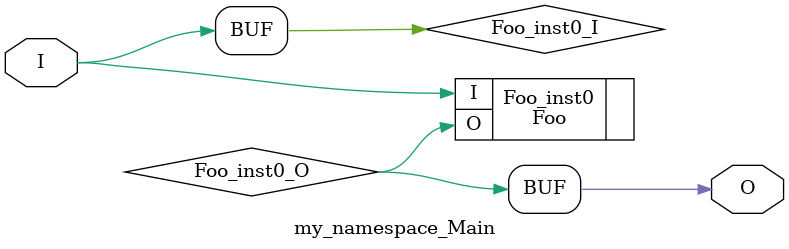
<source format=v>
module my_namespace_Main (
    input I,
    output O
);
wire Foo_inst0_I;
wire Foo_inst0_O;
assign Foo_inst0_I = I;
Foo Foo_inst0 (
    .I(Foo_inst0_I),
    .O(Foo_inst0_O)
);
assign O = Foo_inst0_O;
endmodule


</source>
